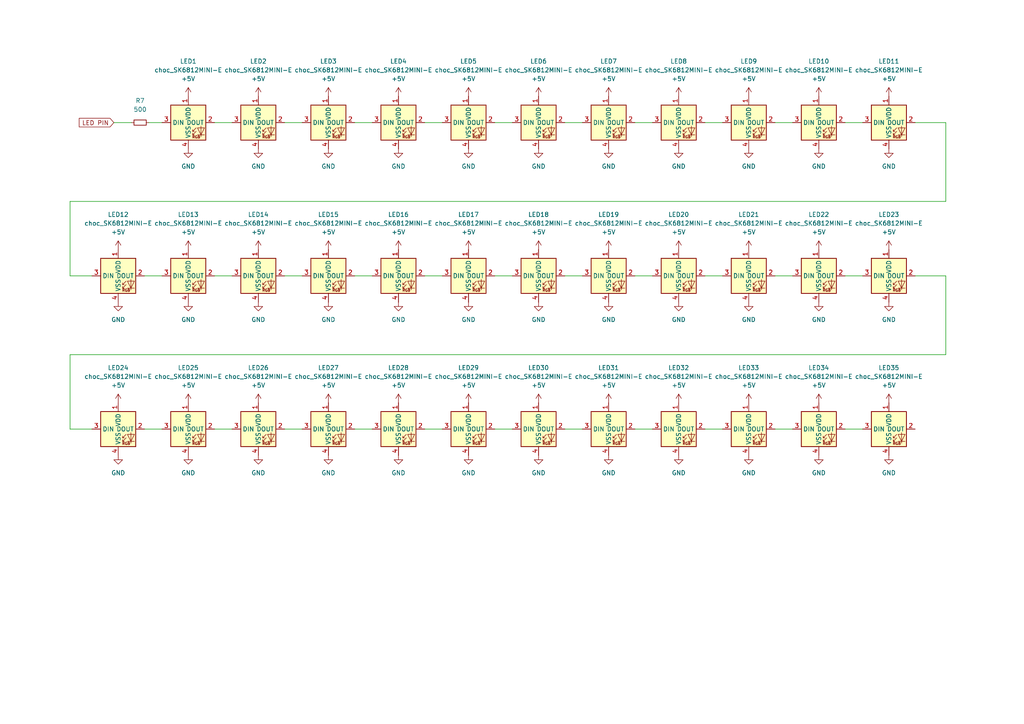
<source format=kicad_sch>
(kicad_sch (version 20211123) (generator eeschema)
  (paper "A4")
  (lib_symbols
    (symbol "Device:R_Small" (pin_numbers hide) (pin_names (offset 0.254) hide)
      (property "Reference" "R" (at 0.762 0.508 0))
      (property "Value" "R_Small" (at 0.762 -1.016 0))
      (symbol "R_Small_0_1"
        (rectangle (start -0.762 1.778) (end 0.762 -1.778) (stroke (width 0.2032)))
      )
      (symbol "R_Small_1_1"
        (pin passive line (at 0 2.54 270) (length 0.762) (name "~") (number "1"))
        (pin passive line (at 0 -2.54 90) (length 0.762) (name "~") (number "2"))
      )
    )
    (symbol "marbastlib-choc:choc_SK6812MINI-E"
      (property "Reference" "LED" (at 2.54 -6.35 0))
      (property "Value" "choc_SK6812MINI-E" (at 10.16 6.35 0))
      (symbol "choc_SK6812MINI-E_0_0"
        (text "RGB" (at 2.286 -4.191 0) (effects (font (size 0.762 0.762))))
      )
      (symbol "choc_SK6812MINI-E_0_1"
        (polyline (pts (xy 1.27 -3.556) (xy 1.778 -3.556)))
        (polyline (pts (xy 1.27 -2.54) (xy 1.778 -2.54)))
        (polyline (pts (xy 4.699 -3.556) (xy 2.667 -3.556)))
        (polyline (pts (xy 2.286 -2.54) (xy 1.27 -3.556) (xy 1.27 -3.048)))
        (polyline (pts (xy 2.286 -1.524) (xy 1.27 -2.54) (xy 1.27 -2.032)))
        (polyline (pts (xy 3.683 -1.016) (xy 3.683 -3.556) (xy 3.683 -4.064)))
        (polyline (pts (xy 4.699 -1.524) (xy 2.667 -1.524) (xy 3.683 -3.556) (xy 4.699 -1.524)))
        (rectangle (start 5.08 5.08) (end -5.08 -5.08) (stroke (width 0.254)) (fill (type background)))
      )
      (symbol "choc_SK6812MINI-E_1_1"
        (pin power_in line (at 0 7.62 270) (length 2.54) (name "VDD") (number "1"))
        (pin output line (at 7.62 0 180) (length 2.54) (name "DOUT") (number "2"))
        (pin input line (at -7.62 0 0) (length 2.54) (name "DIN") (number "3"))
        (pin power_in line (at 0 -7.62 90) (length 2.54) (name "VSS") (number "4"))
      )
    )
    (symbol "power:+5V" (power) (pin_names (offset 0))
      (property "Value" "+5V" (at 0 3.556 0))
      (symbol "+5V_0_1"
        (polyline (pts (xy -0.762 1.27) (xy 0 2.54)))
        (polyline (pts (xy 0 0) (xy 0 2.54)))
        (polyline (pts (xy 0 2.54) (xy 0.762 1.27)))
      )
      (symbol "+5V_1_1"
        (pin power_in line (at 0 0 90) (length 0) hide (name "+5V") (number "1"))
      )
    )
    (symbol "power:GND" (power) (pin_names (offset 0))
      (property "Value" "GND" (at 0 -3.81 0))
      (symbol "GND_0_1"
        (polyline (pts (xy 0 0) (xy 0 -1.27) (xy 1.27 -1.27) (xy 0 -2.54) (xy -1.27 -1.27) (xy 0 -1.27)))
      )
      (symbol "GND_1_1"
        (pin power_in line (at 0 0 270) (length 0) hide (name "GND") (number "1"))
      )
    )
  )
  (wire (pts (xy 123.19 35.56) (xy 128.27 35.56)))
  (wire (pts (xy 82.55 35.56) (xy 87.63 35.56)))
  (wire (pts (xy 204.47 80.01) (xy 209.55 80.01)))
  (wire (pts (xy 163.83 80.01) (xy 168.91 80.01)))
  (wire (pts (xy 184.15 124.46) (xy 189.23 124.46)))
  (wire (pts (xy 184.15 35.56) (xy 189.23 35.56)))
  (wire (pts (xy 224.79 80.01) (xy 229.87 80.01)))
  (wire (pts (xy 204.47 124.46) (xy 209.55 124.46)))
  (wire (pts (xy 33.02 35.56) (xy 38.1 35.56)))
  (wire (pts (xy 62.23 35.56) (xy 67.31 35.56)))
  (wire (pts (xy 245.11 80.01) (xy 250.19 80.01)))
  (wire (pts (xy 245.11 35.56) (xy 250.19 35.56)))
  (wire (pts (xy 41.91 80.01) (xy 46.99 80.01)))
  (wire (pts (xy 82.55 80.01) (xy 87.63 80.01)))
  (wire (pts (xy 163.83 35.56) (xy 168.91 35.56)))
  (wire (pts (xy 274.32 102.87) (xy 20.32 102.87)))
  (wire (pts (xy 43.18 35.56) (xy 46.99 35.56)))
  (wire (pts (xy 274.32 80.01) (xy 274.32 102.87)))
  (wire (pts (xy 224.79 124.46) (xy 229.87 124.46)))
  (wire (pts (xy 245.11 124.46) (xy 250.19 124.46)))
  (wire (pts (xy 274.32 58.42) (xy 20.32 58.42)))
  (wire (pts (xy 265.43 80.01) (xy 274.32 80.01)))
  (wire (pts (xy 102.87 124.46) (xy 107.95 124.46)))
  (wire (pts (xy 20.32 58.42) (xy 20.32 80.01)))
  (wire (pts (xy 265.43 35.56) (xy 274.32 35.56)))
  (wire (pts (xy 20.32 102.87) (xy 20.32 124.46)))
  (wire (pts (xy 41.91 124.46) (xy 46.99 124.46)))
  (wire (pts (xy 204.47 35.56) (xy 209.55 35.56)))
  (wire (pts (xy 62.23 80.01) (xy 67.31 80.01)))
  (wire (pts (xy 274.32 35.56) (xy 274.32 58.42)))
  (wire (pts (xy 102.87 35.56) (xy 107.95 35.56)))
  (wire (pts (xy 143.51 80.01) (xy 148.59 80.01)))
  (wire (pts (xy 143.51 35.56) (xy 148.59 35.56)))
  (wire (pts (xy 224.79 35.56) (xy 229.87 35.56)))
  (wire (pts (xy 20.32 80.01) (xy 26.67 80.01)))
  (wire (pts (xy 20.32 124.46) (xy 26.67 124.46)))
  (wire (pts (xy 163.83 124.46) (xy 168.91 124.46)))
  (wire (pts (xy 82.55 124.46) (xy 87.63 124.46)))
  (wire (pts (xy 143.51 124.46) (xy 148.59 124.46)))
  (wire (pts (xy 184.15 80.01) (xy 189.23 80.01)))
  (wire (pts (xy 102.87 80.01) (xy 107.95 80.01)))
  (wire (pts (xy 123.19 80.01) (xy 128.27 80.01)))
  (wire (pts (xy 62.23 124.46) (xy 67.31 124.46)))
  (wire (pts (xy 123.19 124.46) (xy 128.27 124.46)))
  (global_label "LED PIN" (shape input) (at 33.02 35.56 180) (property "Intersheet References" "${INTERSHEET_REFS}" (effects hide)))
  (symbol (lib_id "power:+5V") (at 237.49 27.94 0) (unit 1)
    (property "Reference" "#PWR010" (effects hide))
    (property "Value" "+5V" (at 237.49 22.86 0))
  )
  (symbol (lib_id "power:+5V") (at 74.93 27.94 0) (unit 1)
    (property "Reference" "#PWR02" (effects hide))
    (property "Value" "+5V" (at 74.93 22.86 0))
  )
  (symbol (lib_id "marbastlib-choc:choc_SK6812MINI-E") (at 74.93 80.01 0) (unit 1)
    (property "Reference" "LED14" (at 74.93 62.23 0))
    (property "Value" "choc_SK6812MINI-E" (at 74.93 64.77 0))
    (property "Footprint" "assets:LED_choc_6028R_Reversible_same_side" (effects hide))
  )
  (symbol (lib_id "power:GND") (at 156.21 43.18 0) (unit 1)
    (property "Reference" "#PWR017" (effects hide))
    (property "Value" "GND" (at 156.21 48.26 0))
  )
  (symbol (lib_id "power:+5V") (at 196.85 27.94 0) (unit 1)
    (property "Reference" "#PWR08" (effects hide))
    (property "Value" "+5V" (at 196.85 22.86 0))
  )
  (symbol (lib_id "power:+5V") (at 115.57 27.94 0) (unit 1)
    (property "Reference" "#PWR04" (effects hide))
    (property "Value" "+5V" (at 115.57 22.86 0))
  )
  (symbol (lib_id "marbastlib-choc:choc_SK6812MINI-E") (at 135.89 80.01 0) (unit 1)
    (property "Reference" "LED17" (at 135.89 62.23 0))
    (property "Value" "choc_SK6812MINI-E" (at 135.89 64.77 0))
    (property "Footprint" "assets:LED_choc_6028R_Reversible_same_side" (effects hide))
  )
  (symbol (lib_id "power:GND") (at 257.81 87.63 0) (unit 1)
    (property "Reference" "#PWR046" (effects hide))
    (property "Value" "GND" (at 257.81 92.71 0))
  )
  (symbol (lib_id "marbastlib-choc:choc_SK6812MINI-E") (at 176.53 35.56 0) (unit 1)
    (property "Reference" "LED7" (at 176.53 17.78 0))
    (property "Value" "choc_SK6812MINI-E" (at 176.53 20.32 0))
    (property "Footprint" "assets:LED_choc_6028R_Reversible_same_side" (effects hide))
  )
  (symbol (lib_id "power:+5V") (at 115.57 116.84 0) (unit 1)
    (property "Reference" "#PWR051" (effects hide))
    (property "Value" "+5V" (at 115.57 111.76 0))
  )
  (symbol (lib_id "marbastlib-choc:choc_SK6812MINI-E") (at 257.81 124.46 0) (unit 1)
    (property "Reference" "LED35" (at 257.81 106.68 0))
    (property "Value" "choc_SK6812MINI-E" (at 257.81 109.22 0))
    (property "Footprint" "assets:LED_choc_6028R_Reversible_same_side" (effects hide))
  )
  (symbol (lib_id "power:GND") (at 237.49 132.08 0) (unit 1)
    (property "Reference" "#PWR069" (effects hide))
    (property "Value" "GND" (at 237.49 137.16 0))
  )
  (symbol (lib_id "marbastlib-choc:choc_SK6812MINI-E") (at 156.21 80.01 0) (unit 1)
    (property "Reference" "LED18" (at 156.21 62.23 0))
    (property "Value" "choc_SK6812MINI-E" (at 156.21 64.77 0))
    (property "Footprint" "assets:LED_choc_6028R_Reversible_same_side" (effects hide))
  )
  (symbol (lib_id "marbastlib-choc:choc_SK6812MINI-E") (at 217.17 80.01 0) (unit 1)
    (property "Reference" "LED21" (at 217.17 62.23 0))
    (property "Value" "choc_SK6812MINI-E" (at 217.17 64.77 0))
    (property "Footprint" "assets:LED_choc_6028R_Reversible_same_side" (effects hide))
  )
  (symbol (lib_id "power:GND") (at 257.81 132.08 0) (unit 1)
    (property "Reference" "#PWR070" (effects hide))
    (property "Value" "GND" (at 257.81 137.16 0))
  )
  (symbol (lib_id "power:GND") (at 237.49 87.63 0) (unit 1)
    (property "Reference" "#PWR045" (effects hide))
    (property "Value" "GND" (at 237.49 92.71 0))
  )
  (symbol (lib_id "marbastlib-choc:choc_SK6812MINI-E") (at 237.49 124.46 0) (unit 1)
    (property "Reference" "LED34" (at 237.49 106.68 0))
    (property "Value" "choc_SK6812MINI-E" (at 237.49 109.22 0))
    (property "Footprint" "assets:LED_choc_6028R_Reversible_same_side" (effects hide))
  )
  (symbol (lib_id "power:+5V") (at 257.81 27.94 0) (unit 1)
    (property "Reference" "#PWR011" (effects hide))
    (property "Value" "+5V" (at 257.81 22.86 0))
  )
  (symbol (lib_id "marbastlib-choc:choc_SK6812MINI-E") (at 237.49 80.01 0) (unit 1)
    (property "Reference" "LED22" (at 237.49 62.23 0))
    (property "Value" "choc_SK6812MINI-E" (at 237.49 64.77 0))
    (property "Footprint" "assets:LED_choc_6028R_Reversible_same_side" (effects hide))
  )
  (symbol (lib_id "power:GND") (at 54.61 87.63 0) (unit 1)
    (property "Reference" "#PWR036" (effects hide))
    (property "Value" "GND" (at 54.61 92.71 0))
  )
  (symbol (lib_id "power:GND") (at 176.53 43.18 0) (unit 1)
    (property "Reference" "#PWR018" (effects hide))
    (property "Value" "GND" (at 176.53 48.26 0))
  )
  (symbol (lib_id "power:+5V") (at 196.85 72.39 0) (unit 1)
    (property "Reference" "#PWR031" (effects hide))
    (property "Value" "+5V" (at 196.85 67.31 0))
  )
  (symbol (lib_id "power:+5V") (at 176.53 116.84 0) (unit 1)
    (property "Reference" "#PWR054" (effects hide))
    (property "Value" "+5V" (at 176.53 111.76 0))
  )
  (symbol (lib_id "Device:R_Small") (at 40.64 35.56 90) (unit 1)
    (property "Reference" "R7" (at 40.64 29.21 90))
    (property "Value" "500" (at 40.64 31.75 90))
    (property "Footprint" "Resistor_SMD:R_0805_2012Metric_Pad1.20x1.40mm_HandSolder" (effects hide))
  )
  (symbol (lib_id "power:GND") (at 257.81 43.18 0) (unit 1)
    (property "Reference" "#PWR022" (effects hide))
    (property "Value" "GND" (at 257.81 48.26 0))
  )
  (symbol (lib_id "marbastlib-choc:choc_SK6812MINI-E") (at 176.53 124.46 0) (unit 1)
    (property "Reference" "LED31" (at 176.53 106.68 0))
    (property "Value" "choc_SK6812MINI-E" (at 176.53 109.22 0))
    (property "Footprint" "assets:LED_choc_6028R_Reversible_same_side" (effects hide))
  )
  (symbol (lib_id "power:+5V") (at 237.49 72.39 0) (unit 1)
    (property "Reference" "#PWR033" (effects hide))
    (property "Value" "+5V" (at 237.49 67.31 0))
  )
  (symbol (lib_id "marbastlib-choc:choc_SK6812MINI-E") (at 237.49 35.56 0) (unit 1)
    (property "Reference" "LED10" (at 237.49 17.78 0))
    (property "Value" "choc_SK6812MINI-E" (at 237.49 20.32 0))
    (property "Footprint" "assets:LED_choc_6028R_Reversible_same_side" (effects hide))
  )
  (symbol (lib_id "marbastlib-choc:choc_SK6812MINI-E") (at 115.57 35.56 0) (unit 1)
    (property "Reference" "LED4" (at 115.57 17.78 0))
    (property "Value" "choc_SK6812MINI-E" (at 115.57 20.32 0))
    (property "Footprint" "assets:LED_choc_6028R_Reversible_same_side" (effects hide))
  )
  (symbol (lib_id "marbastlib-choc:choc_SK6812MINI-E") (at 34.29 124.46 0) (unit 1)
    (property "Reference" "LED24" (at 34.29 106.68 0))
    (property "Value" "choc_SK6812MINI-E" (at 34.29 109.22 0))
    (property "Footprint" "assets:LED_choc_6028R_Reversible_same_side" (effects hide))
  )
  (symbol (lib_id "marbastlib-choc:choc_SK6812MINI-E") (at 196.85 35.56 0) (unit 1)
    (property "Reference" "LED8" (at 196.85 17.78 0))
    (property "Value" "choc_SK6812MINI-E" (at 196.85 20.32 0))
    (property "Footprint" "assets:LED_choc_6028R_Reversible_same_side" (effects hide))
  )
  (symbol (lib_id "power:+5V") (at 217.17 72.39 0) (unit 1)
    (property "Reference" "#PWR032" (effects hide))
    (property "Value" "+5V" (at 217.17 67.31 0))
  )
  (symbol (lib_id "marbastlib-choc:choc_SK6812MINI-E") (at 95.25 124.46 0) (unit 1)
    (property "Reference" "LED27" (at 95.25 106.68 0))
    (property "Value" "choc_SK6812MINI-E" (at 95.25 109.22 0))
    (property "Footprint" "assets:LED_choc_6028R_Reversible_same_side" (effects hide))
  )
  (symbol (lib_id "power:+5V") (at 54.61 27.94 0) (unit 1)
    (property "Reference" "#PWR01" (effects hide))
    (property "Value" "+5V" (at 54.61 22.86 0))
  )
  (symbol (lib_id "power:+5V") (at 54.61 116.84 0) (unit 1)
    (property "Reference" "#PWR048" (effects hide))
    (property "Value" "+5V" (at 54.61 111.76 0))
  )
  (symbol (lib_id "power:GND") (at 196.85 132.08 0) (unit 1)
    (property "Reference" "#PWR067" (effects hide))
    (property "Value" "GND" (at 196.85 137.16 0))
  )
  (symbol (lib_id "power:GND") (at 217.17 132.08 0) (unit 1)
    (property "Reference" "#PWR068" (effects hide))
    (property "Value" "GND" (at 217.17 137.16 0))
  )
  (symbol (lib_id "power:GND") (at 54.61 43.18 0) (unit 1)
    (property "Reference" "#PWR012" (effects hide))
    (property "Value" "GND" (at 54.61 48.26 0))
  )
  (symbol (lib_id "marbastlib-choc:choc_SK6812MINI-E") (at 217.17 35.56 0) (unit 1)
    (property "Reference" "LED9" (at 217.17 17.78 0))
    (property "Value" "choc_SK6812MINI-E" (at 217.17 20.32 0))
    (property "Footprint" "assets:LED_choc_6028R_Reversible_same_side" (effects hide))
  )
  (symbol (lib_id "marbastlib-choc:choc_SK6812MINI-E") (at 257.81 35.56 0) (unit 1)
    (property "Reference" "LED11" (at 257.81 17.78 0))
    (property "Value" "choc_SK6812MINI-E" (at 257.81 20.32 0))
    (property "Footprint" "assets:LED_choc_6028R_Reversible_same_side" (effects hide))
  )
  (symbol (lib_id "marbastlib-choc:choc_SK6812MINI-E") (at 54.61 124.46 0) (unit 1)
    (property "Reference" "LED25" (at 54.61 106.68 0))
    (property "Value" "choc_SK6812MINI-E" (at 54.61 109.22 0))
    (property "Footprint" "assets:LED_choc_6028R_Reversible_same_side" (effects hide))
  )
  (symbol (lib_id "marbastlib-choc:choc_SK6812MINI-E") (at 176.53 80.01 0) (unit 1)
    (property "Reference" "LED19" (at 176.53 62.23 0))
    (property "Value" "choc_SK6812MINI-E" (at 176.53 64.77 0))
    (property "Footprint" "assets:LED_choc_6028R_Reversible_same_side" (effects hide))
  )
  (symbol (lib_id "power:+5V") (at 34.29 116.84 0) (unit 1)
    (property "Reference" "#PWR047" (effects hide))
    (property "Value" "+5V" (at 34.29 111.76 0))
  )
  (symbol (lib_id "power:+5V") (at 257.81 72.39 0) (unit 1)
    (property "Reference" "#PWR034" (effects hide))
    (property "Value" "+5V" (at 257.81 67.31 0))
  )
  (symbol (lib_id "marbastlib-choc:choc_SK6812MINI-E") (at 135.89 35.56 0) (unit 1)
    (property "Reference" "LED5" (at 135.89 17.78 0))
    (property "Value" "choc_SK6812MINI-E" (at 135.89 20.32 0))
    (property "Footprint" "assets:LED_choc_6028R_Reversible_same_side" (effects hide))
  )
  (symbol (lib_id "marbastlib-choc:choc_SK6812MINI-E") (at 196.85 80.01 0) (unit 1)
    (property "Reference" "LED20" (at 196.85 62.23 0))
    (property "Value" "choc_SK6812MINI-E" (at 196.85 64.77 0))
    (property "Footprint" "assets:LED_choc_6028R_Reversible_same_side" (effects hide))
  )
  (symbol (lib_id "power:+5V") (at 156.21 116.84 0) (unit 1)
    (property "Reference" "#PWR053" (effects hide))
    (property "Value" "+5V" (at 156.21 111.76 0))
  )
  (symbol (lib_id "power:+5V") (at 237.49 116.84 0) (unit 1)
    (property "Reference" "#PWR057" (effects hide))
    (property "Value" "+5V" (at 237.49 111.76 0))
  )
  (symbol (lib_id "power:+5V") (at 34.29 72.39 0) (unit 1)
    (property "Reference" "#PWR023" (effects hide))
    (property "Value" "+5V" (at 34.29 67.31 0))
  )
  (symbol (lib_id "power:+5V") (at 74.93 72.39 0) (unit 1)
    (property "Reference" "#PWR025" (effects hide))
    (property "Value" "+5V" (at 74.93 67.31 0))
  )
  (symbol (lib_id "power:GND") (at 217.17 43.18 0) (unit 1)
    (property "Reference" "#PWR020" (effects hide))
    (property "Value" "GND" (at 217.17 48.26 0))
  )
  (symbol (lib_id "power:+5V") (at 176.53 72.39 0) (unit 1)
    (property "Reference" "#PWR030" (effects hide))
    (property "Value" "+5V" (at 176.53 67.31 0))
  )
  (symbol (lib_id "power:+5V") (at 135.89 72.39 0) (unit 1)
    (property "Reference" "#PWR028" (effects hide))
    (property "Value" "+5V" (at 135.89 67.31 0))
  )
  (symbol (lib_id "power:+5V") (at 156.21 27.94 0) (unit 1)
    (property "Reference" "#PWR06" (effects hide))
    (property "Value" "+5V" (at 156.21 22.86 0))
  )
  (symbol (lib_id "marbastlib-choc:choc_SK6812MINI-E") (at 95.25 35.56 0) (unit 1)
    (property "Reference" "LED3" (at 95.25 17.78 0))
    (property "Value" "choc_SK6812MINI-E" (at 95.25 20.32 0))
    (property "Footprint" "assets:LED_choc_6028R_Reversible_same_side" (effects hide))
  )
  (symbol (lib_id "power:GND") (at 34.29 132.08 0) (unit 1)
    (property "Reference" "#PWR059" (effects hide))
    (property "Value" "GND" (at 34.29 137.16 0))
  )
  (symbol (lib_id "power:+5V") (at 176.53 27.94 0) (unit 1)
    (property "Reference" "#PWR07" (effects hide))
    (property "Value" "+5V" (at 176.53 22.86 0))
  )
  (symbol (lib_id "power:+5V") (at 257.81 116.84 0) (unit 1)
    (property "Reference" "#PWR058" (effects hide))
    (property "Value" "+5V" (at 257.81 111.76 0))
  )
  (symbol (lib_id "power:+5V") (at 95.25 72.39 0) (unit 1)
    (property "Reference" "#PWR026" (effects hide))
    (property "Value" "+5V" (at 95.25 67.31 0))
  )
  (symbol (lib_id "power:GND") (at 217.17 87.63 0) (unit 1)
    (property "Reference" "#PWR044" (effects hide))
    (property "Value" "GND" (at 217.17 92.71 0))
  )
  (symbol (lib_id "power:GND") (at 54.61 132.08 0) (unit 1)
    (property "Reference" "#PWR060" (effects hide))
    (property "Value" "GND" (at 54.61 137.16 0))
  )
  (symbol (lib_id "power:+5V") (at 74.93 116.84 0) (unit 1)
    (property "Reference" "#PWR049" (effects hide))
    (property "Value" "+5V" (at 74.93 111.76 0))
  )
  (symbol (lib_id "power:GND") (at 95.25 132.08 0) (unit 1)
    (property "Reference" "#PWR062" (effects hide))
    (property "Value" "GND" (at 95.25 137.16 0))
  )
  (symbol (lib_id "power:GND") (at 196.85 43.18 0) (unit 1)
    (property "Reference" "#PWR019" (effects hide))
    (property "Value" "GND" (at 196.85 48.26 0))
  )
  (symbol (lib_id "power:+5V") (at 217.17 116.84 0) (unit 1)
    (property "Reference" "#PWR056" (effects hide))
    (property "Value" "+5V" (at 217.17 111.76 0))
  )
  (symbol (lib_id "power:+5V") (at 54.61 72.39 0) (unit 1)
    (property "Reference" "#PWR024" (effects hide))
    (property "Value" "+5V" (at 54.61 67.31 0))
  )
  (symbol (lib_id "power:GND") (at 115.57 87.63 0) (unit 1)
    (property "Reference" "#PWR039" (effects hide))
    (property "Value" "GND" (at 115.57 92.71 0))
  )
  (symbol (lib_id "power:+5V") (at 217.17 27.94 0) (unit 1)
    (property "Reference" "#PWR09" (effects hide))
    (property "Value" "+5V" (at 217.17 22.86 0))
  )
  (symbol (lib_id "power:+5V") (at 95.25 27.94 0) (unit 1)
    (property "Reference" "#PWR03" (effects hide))
    (property "Value" "+5V" (at 95.25 22.86 0))
  )
  (symbol (lib_id "power:GND") (at 176.53 132.08 0) (unit 1)
    (property "Reference" "#PWR066" (effects hide))
    (property "Value" "GND" (at 176.53 137.16 0))
  )
  (symbol (lib_id "power:GND") (at 135.89 87.63 0) (unit 1)
    (property "Reference" "#PWR040" (effects hide))
    (property "Value" "GND" (at 135.89 92.71 0))
  )
  (symbol (lib_id "power:GND") (at 156.21 132.08 0) (unit 1)
    (property "Reference" "#PWR065" (effects hide))
    (property "Value" "GND" (at 156.21 137.16 0))
  )
  (symbol (lib_id "power:GND") (at 95.25 43.18 0) (unit 1)
    (property "Reference" "#PWR014" (effects hide))
    (property "Value" "GND" (at 95.25 48.26 0))
  )
  (symbol (lib_id "power:GND") (at 74.93 87.63 0) (unit 1)
    (property "Reference" "#PWR037" (effects hide))
    (property "Value" "GND" (at 74.93 92.71 0))
  )
  (symbol (lib_id "power:+5V") (at 115.57 72.39 0) (unit 1)
    (property "Reference" "#PWR027" (effects hide))
    (property "Value" "+5V" (at 115.57 67.31 0))
  )
  (symbol (lib_id "power:+5V") (at 135.89 116.84 0) (unit 1)
    (property "Reference" "#PWR052" (effects hide))
    (property "Value" "+5V" (at 135.89 111.76 0))
  )
  (symbol (lib_id "power:+5V") (at 95.25 116.84 0) (unit 1)
    (property "Reference" "#PWR050" (effects hide))
    (property "Value" "+5V" (at 95.25 111.76 0))
  )
  (symbol (lib_id "marbastlib-choc:choc_SK6812MINI-E") (at 74.93 124.46 0) (unit 1)
    (property "Reference" "LED26" (at 74.93 106.68 0))
    (property "Value" "choc_SK6812MINI-E" (at 74.93 109.22 0))
    (property "Footprint" "assets:LED_choc_6028R_Reversible_same_side" (effects hide))
  )
  (symbol (lib_id "power:+5V") (at 156.21 72.39 0) (unit 1)
    (property "Reference" "#PWR029" (effects hide))
    (property "Value" "+5V" (at 156.21 67.31 0))
  )
  (symbol (lib_id "marbastlib-choc:choc_SK6812MINI-E") (at 135.89 124.46 0) (unit 1)
    (property "Reference" "LED29" (at 135.89 106.68 0))
    (property "Value" "choc_SK6812MINI-E" (at 135.89 109.22 0))
    (property "Footprint" "assets:LED_choc_6028R_Reversible_same_side" (effects hide))
  )
  (symbol (lib_id "marbastlib-choc:choc_SK6812MINI-E") (at 115.57 80.01 0) (unit 1)
    (property "Reference" "LED16" (at 115.57 62.23 0))
    (property "Value" "choc_SK6812MINI-E" (at 115.57 64.77 0))
    (property "Footprint" "assets:LED_choc_6028R_Reversible_same_side" (effects hide))
  )
  (symbol (lib_id "marbastlib-choc:choc_SK6812MINI-E") (at 196.85 124.46 0) (unit 1)
    (property "Reference" "LED32" (at 196.85 106.68 0))
    (property "Value" "choc_SK6812MINI-E" (at 196.85 109.22 0))
    (property "Footprint" "assets:LED_choc_6028R_Reversible_same_side" (effects hide))
  )
  (symbol (lib_id "marbastlib-choc:choc_SK6812MINI-E") (at 74.93 35.56 0) (unit 1)
    (property "Reference" "LED2" (at 74.93 17.78 0))
    (property "Value" "choc_SK6812MINI-E" (at 74.93 20.32 0))
    (property "Footprint" "assets:LED_choc_6028R_Reversible_same_side" (effects hide))
  )
  (symbol (lib_id "power:GND") (at 95.25 87.63 0) (unit 1)
    (property "Reference" "#PWR038" (effects hide))
    (property "Value" "GND" (at 95.25 92.71 0))
  )
  (symbol (lib_id "power:GND") (at 237.49 43.18 0) (unit 1)
    (property "Reference" "#PWR021" (effects hide))
    (property "Value" "GND" (at 237.49 48.26 0))
  )
  (symbol (lib_id "power:GND") (at 34.29 87.63 0) (unit 1)
    (property "Reference" "#PWR035" (effects hide))
    (property "Value" "GND" (at 34.29 92.71 0))
  )
  (symbol (lib_id "power:GND") (at 156.21 87.63 0) (unit 1)
    (property "Reference" "#PWR041" (effects hide))
    (property "Value" "GND" (at 156.21 92.71 0))
  )
  (symbol (lib_id "power:GND") (at 135.89 132.08 0) (unit 1)
    (property "Reference" "#PWR064" (effects hide))
    (property "Value" "GND" (at 135.89 137.16 0))
  )
  (symbol (lib_id "power:GND") (at 115.57 132.08 0) (unit 1)
    (property "Reference" "#PWR063" (effects hide))
    (property "Value" "GND" (at 115.57 137.16 0))
  )
  (symbol (lib_id "marbastlib-choc:choc_SK6812MINI-E") (at 156.21 124.46 0) (unit 1)
    (property "Reference" "LED30" (at 156.21 106.68 0))
    (property "Value" "choc_SK6812MINI-E" (at 156.21 109.22 0))
    (property "Footprint" "assets:LED_choc_6028R_Reversible_same_side" (effects hide))
  )
  (symbol (lib_id "marbastlib-choc:choc_SK6812MINI-E") (at 257.81 80.01 0) (unit 1)
    (property "Reference" "LED23" (at 257.81 62.23 0))
    (property "Value" "choc_SK6812MINI-E" (at 257.81 64.77 0))
    (property "Footprint" "assets:LED_choc_6028R_Reversible_same_side" (effects hide))
  )
  (symbol (lib_id "marbastlib-choc:choc_SK6812MINI-E") (at 156.21 35.56 0) (unit 1)
    (property "Reference" "LED6" (at 156.21 17.78 0))
    (property "Value" "choc_SK6812MINI-E" (at 156.21 20.32 0))
    (property "Footprint" "assets:LED_choc_6028R_Reversible_same_side" (effects hide))
  )
  (symbol (lib_id "power:GND") (at 135.89 43.18 0) (unit 1)
    (property "Reference" "#PWR016" (effects hide))
    (property "Value" "GND" (at 135.89 48.26 0))
  )
  (symbol (lib_id "marbastlib-choc:choc_SK6812MINI-E") (at 34.29 80.01 0) (unit 1)
    (property "Reference" "LED12" (at 34.29 62.23 0))
    (property "Value" "choc_SK6812MINI-E" (at 34.29 64.77 0))
    (property "Footprint" "assets:LED_choc_6028R_Reversible_same_side" (effects hide))
  )
  (symbol (lib_id "power:+5V") (at 135.89 27.94 0) (unit 1)
    (property "Reference" "#PWR05" (effects hide))
    (property "Value" "+5V" (at 135.89 22.86 0))
  )
  (symbol (lib_id "power:GND") (at 74.93 43.18 0) (unit 1)
    (property "Reference" "#PWR013" (effects hide))
    (property "Value" "GND" (at 74.93 48.26 0))
  )
  (symbol (lib_id "marbastlib-choc:choc_SK6812MINI-E") (at 95.25 80.01 0) (unit 1)
    (property "Reference" "LED15" (at 95.25 62.23 0))
    (property "Value" "choc_SK6812MINI-E" (at 95.25 64.77 0))
    (property "Footprint" "assets:LED_choc_6028R_Reversible_same_side" (effects hide))
  )
  (symbol (lib_id "power:GND") (at 176.53 87.63 0) (unit 1)
    (property "Reference" "#PWR042" (effects hide))
    (property "Value" "GND" (at 176.53 92.71 0))
  )
  (symbol (lib_id "marbastlib-choc:choc_SK6812MINI-E") (at 54.61 35.56 0) (unit 1)
    (property "Reference" "LED1" (at 54.61 17.78 0))
    (property "Value" "choc_SK6812MINI-E" (at 54.61 20.32 0))
    (property "Footprint" "assets:LED_choc_6028R_Reversible_same_side" (effects hide))
  )
  (symbol (lib_id "power:GND") (at 74.93 132.08 0) (unit 1)
    (property "Reference" "#PWR061" (effects hide))
    (property "Value" "GND" (at 74.93 137.16 0))
  )
  (symbol (lib_id "marbastlib-choc:choc_SK6812MINI-E") (at 115.57 124.46 0) (unit 1)
    (property "Reference" "LED28" (at 115.57 106.68 0))
    (property "Value" "choc_SK6812MINI-E" (at 115.57 109.22 0))
    (property "Footprint" "assets:LED_choc_6028R_Reversible_same_side" (effects hide))
  )
  (symbol (lib_id "marbastlib-choc:choc_SK6812MINI-E") (at 217.17 124.46 0) (unit 1)
    (property "Reference" "LED33" (at 217.17 106.68 0))
    (property "Value" "choc_SK6812MINI-E" (at 217.17 109.22 0))
    (property "Footprint" "assets:LED_choc_6028R_Reversible_same_side" (effects hide))
  )
  (symbol (lib_id "marbastlib-choc:choc_SK6812MINI-E") (at 54.61 80.01 0) (unit 1)
    (property "Reference" "LED13" (at 54.61 62.23 0))
    (property "Value" "choc_SK6812MINI-E" (at 54.61 64.77 0))
    (property "Footprint" "assets:LED_choc_6028R_Reversible_same_side" (effects hide))
  )
  (symbol (lib_id "power:GND") (at 196.85 87.63 0) (unit 1)
    (property "Reference" "#PWR043" (effects hide))
    (property "Value" "GND" (at 196.85 92.71 0))
  )
  (symbol (lib_id "power:GND") (at 115.57 43.18 0) (unit 1)
    (property "Reference" "#PWR015" (effects hide))
    (property "Value" "GND" (at 115.57 48.26 0))
  )
  (symbol (lib_id "power:+5V") (at 196.85 116.84 0) (unit 1)
    (property "Reference" "#PWR055" (effects hide))
    (property "Value" "+5V" (at 196.85 111.76 0))
  )
)
</source>
